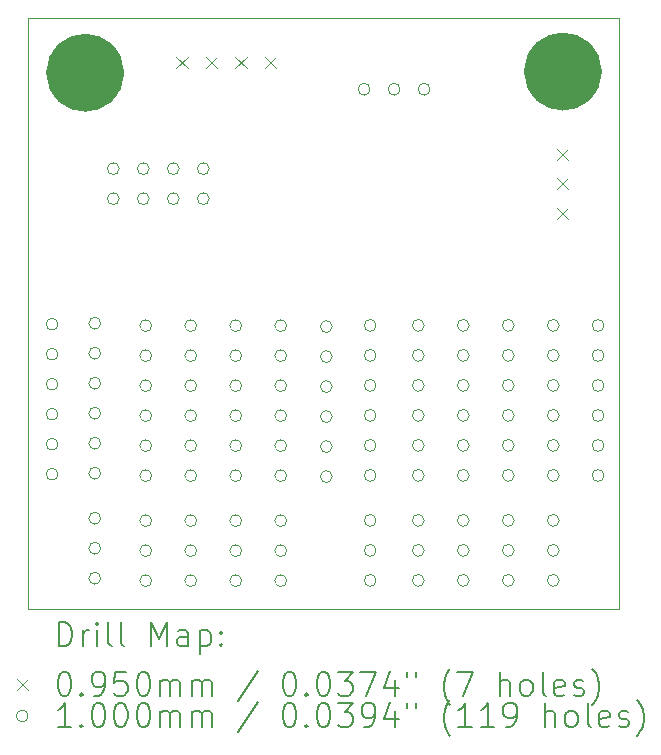
<source format=gbr>
%TF.GenerationSoftware,KiCad,Pcbnew,8.0.4-8.0.4-0~ubuntu24.04.1*%
%TF.CreationDate,2024-07-22T10:29:46+03:00*%
%TF.ProjectId,stripe_board,73747269-7065-45f6-926f-6172642e6b69,rev?*%
%TF.SameCoordinates,Original*%
%TF.FileFunction,Drillmap*%
%TF.FilePolarity,Positive*%
%FSLAX45Y45*%
G04 Gerber Fmt 4.5, Leading zero omitted, Abs format (unit mm)*
G04 Created by KiCad (PCBNEW 8.0.4-8.0.4-0~ubuntu24.04.1) date 2024-07-22 10:29:46*
%MOMM*%
%LPD*%
G01*
G04 APERTURE LIST*
%ADD10C,3.301562*%
%ADD11C,0.050000*%
%ADD12C,0.200000*%
%ADD13C,0.100000*%
G04 APERTURE END LIST*
D10*
X185078Y20000D02*
G75*
G02*
X-145078Y20000I-165078J0D01*
G01*
X-145078Y20000D02*
G75*
G02*
X185078Y20000I165078J0D01*
G01*
X4229980Y29967D02*
G75*
G02*
X3899823Y29967I-165078J0D01*
G01*
X3899823Y29967D02*
G75*
G02*
X4229980Y29967I165078J0D01*
G01*
D11*
X-460098Y479967D02*
X4539902Y479967D01*
X4539902Y-4520033D01*
X-460098Y-4520033D01*
X-460098Y479967D01*
D12*
D13*
X792401Y152467D02*
X887401Y57467D01*
X887401Y152467D02*
X792401Y57467D01*
X1042401Y152467D02*
X1137402Y57467D01*
X1137402Y152467D02*
X1042401Y57467D01*
X1292402Y152467D02*
X1387402Y57467D01*
X1387402Y152467D02*
X1292402Y57467D01*
X1542401Y152467D02*
X1637401Y57467D01*
X1637401Y152467D02*
X1542401Y57467D01*
X4017401Y-622533D02*
X4112401Y-717533D01*
X4112401Y-622533D02*
X4017401Y-717533D01*
X4017401Y-872533D02*
X4112401Y-967533D01*
X4112401Y-872533D02*
X4017401Y-967533D01*
X4017401Y-1122533D02*
X4112401Y-1217533D01*
X4112401Y-1122533D02*
X4017401Y-1217533D01*
X-210098Y-2109033D02*
G75*
G02*
X-310099Y-2109033I-50000J0D01*
G01*
X-310099Y-2109033D02*
G75*
G02*
X-210098Y-2109033I50000J0D01*
G01*
X-210098Y-2363033D02*
G75*
G02*
X-310099Y-2363033I-50000J0D01*
G01*
X-310099Y-2363033D02*
G75*
G02*
X-210098Y-2363033I50000J0D01*
G01*
X-210098Y-2617033D02*
G75*
G02*
X-310099Y-2617033I-50000J0D01*
G01*
X-310099Y-2617033D02*
G75*
G02*
X-210098Y-2617033I50000J0D01*
G01*
X-210098Y-2871033D02*
G75*
G02*
X-310099Y-2871033I-50000J0D01*
G01*
X-310099Y-2871033D02*
G75*
G02*
X-210098Y-2871033I50000J0D01*
G01*
X-210098Y-3125033D02*
G75*
G02*
X-310099Y-3125033I-50000J0D01*
G01*
X-310099Y-3125033D02*
G75*
G02*
X-210098Y-3125033I50000J0D01*
G01*
X-210098Y-3379033D02*
G75*
G02*
X-310099Y-3379033I-50000J0D01*
G01*
X-310099Y-3379033D02*
G75*
G02*
X-210098Y-3379033I50000J0D01*
G01*
X151703Y-2101044D02*
G75*
G02*
X51703Y-2101044I-50000J0D01*
G01*
X51703Y-2101044D02*
G75*
G02*
X151703Y-2101044I50000J0D01*
G01*
X151703Y-2355044D02*
G75*
G02*
X51703Y-2355044I-50000J0D01*
G01*
X51703Y-2355044D02*
G75*
G02*
X151703Y-2355044I50000J0D01*
G01*
X151703Y-2609044D02*
G75*
G02*
X51703Y-2609044I-50000J0D01*
G01*
X51703Y-2609044D02*
G75*
G02*
X151703Y-2609044I50000J0D01*
G01*
X151703Y-2863044D02*
G75*
G02*
X51703Y-2863044I-50000J0D01*
G01*
X51703Y-2863044D02*
G75*
G02*
X151703Y-2863044I50000J0D01*
G01*
X151703Y-3117044D02*
G75*
G02*
X51703Y-3117044I-50000J0D01*
G01*
X51703Y-3117044D02*
G75*
G02*
X151703Y-3117044I50000J0D01*
G01*
X151703Y-3371044D02*
G75*
G02*
X51703Y-3371044I-50000J0D01*
G01*
X51703Y-3371044D02*
G75*
G02*
X151703Y-3371044I50000J0D01*
G01*
X151703Y-3752044D02*
G75*
G02*
X51703Y-3752044I-50000J0D01*
G01*
X51703Y-3752044D02*
G75*
G02*
X151703Y-3752044I50000J0D01*
G01*
X151703Y-4006044D02*
G75*
G02*
X51703Y-4006044I-50000J0D01*
G01*
X51703Y-4006044D02*
G75*
G02*
X151703Y-4006044I50000J0D01*
G01*
X151703Y-4260044D02*
G75*
G02*
X51703Y-4260044I-50000J0D01*
G01*
X51703Y-4260044D02*
G75*
G02*
X151703Y-4260044I50000J0D01*
G01*
X307902Y-792533D02*
G75*
G02*
X207901Y-792533I-50000J0D01*
G01*
X207901Y-792533D02*
G75*
G02*
X307902Y-792533I50000J0D01*
G01*
X307902Y-1046533D02*
G75*
G02*
X207901Y-1046533I-50000J0D01*
G01*
X207901Y-1046533D02*
G75*
G02*
X307902Y-1046533I50000J0D01*
G01*
X561902Y-792533D02*
G75*
G02*
X461901Y-792533I-50000J0D01*
G01*
X461901Y-792533D02*
G75*
G02*
X561902Y-792533I50000J0D01*
G01*
X561902Y-1046533D02*
G75*
G02*
X461901Y-1046533I-50000J0D01*
G01*
X461901Y-1046533D02*
G75*
G02*
X561902Y-1046533I50000J0D01*
G01*
X582902Y-2121033D02*
G75*
G02*
X482901Y-2121033I-50000J0D01*
G01*
X482901Y-2121033D02*
G75*
G02*
X582902Y-2121033I50000J0D01*
G01*
X582902Y-2375033D02*
G75*
G02*
X482901Y-2375033I-50000J0D01*
G01*
X482901Y-2375033D02*
G75*
G02*
X582902Y-2375033I50000J0D01*
G01*
X582902Y-2629033D02*
G75*
G02*
X482901Y-2629033I-50000J0D01*
G01*
X482901Y-2629033D02*
G75*
G02*
X582902Y-2629033I50000J0D01*
G01*
X582902Y-2883033D02*
G75*
G02*
X482901Y-2883033I-50000J0D01*
G01*
X482901Y-2883033D02*
G75*
G02*
X582902Y-2883033I50000J0D01*
G01*
X582902Y-3137033D02*
G75*
G02*
X482901Y-3137033I-50000J0D01*
G01*
X482901Y-3137033D02*
G75*
G02*
X582902Y-3137033I50000J0D01*
G01*
X582902Y-3391033D02*
G75*
G02*
X482901Y-3391033I-50000J0D01*
G01*
X482901Y-3391033D02*
G75*
G02*
X582902Y-3391033I50000J0D01*
G01*
X582902Y-3772033D02*
G75*
G02*
X482901Y-3772033I-50000J0D01*
G01*
X482901Y-3772033D02*
G75*
G02*
X582902Y-3772033I50000J0D01*
G01*
X582902Y-4026033D02*
G75*
G02*
X482901Y-4026033I-50000J0D01*
G01*
X482901Y-4026033D02*
G75*
G02*
X582902Y-4026033I50000J0D01*
G01*
X582902Y-4280033D02*
G75*
G02*
X482901Y-4280033I-50000J0D01*
G01*
X482901Y-4280033D02*
G75*
G02*
X582902Y-4280033I50000J0D01*
G01*
X815901Y-792533D02*
G75*
G02*
X715901Y-792533I-50000J0D01*
G01*
X715901Y-792533D02*
G75*
G02*
X815901Y-792533I50000J0D01*
G01*
X815901Y-1046533D02*
G75*
G02*
X715901Y-1046533I-50000J0D01*
G01*
X715901Y-1046533D02*
G75*
G02*
X815901Y-1046533I50000J0D01*
G01*
X963901Y-2121033D02*
G75*
G02*
X863901Y-2121033I-50000J0D01*
G01*
X863901Y-2121033D02*
G75*
G02*
X963901Y-2121033I50000J0D01*
G01*
X963901Y-2375033D02*
G75*
G02*
X863901Y-2375033I-50000J0D01*
G01*
X863901Y-2375033D02*
G75*
G02*
X963901Y-2375033I50000J0D01*
G01*
X963901Y-2629033D02*
G75*
G02*
X863901Y-2629033I-50000J0D01*
G01*
X863901Y-2629033D02*
G75*
G02*
X963901Y-2629033I50000J0D01*
G01*
X963901Y-2883033D02*
G75*
G02*
X863901Y-2883033I-50000J0D01*
G01*
X863901Y-2883033D02*
G75*
G02*
X963901Y-2883033I50000J0D01*
G01*
X963901Y-3137033D02*
G75*
G02*
X863901Y-3137033I-50000J0D01*
G01*
X863901Y-3137033D02*
G75*
G02*
X963901Y-3137033I50000J0D01*
G01*
X963901Y-3391033D02*
G75*
G02*
X863901Y-3391033I-50000J0D01*
G01*
X863901Y-3391033D02*
G75*
G02*
X963901Y-3391033I50000J0D01*
G01*
X963901Y-3772033D02*
G75*
G02*
X863901Y-3772033I-50000J0D01*
G01*
X863901Y-3772033D02*
G75*
G02*
X963901Y-3772033I50000J0D01*
G01*
X963901Y-4026033D02*
G75*
G02*
X863901Y-4026033I-50000J0D01*
G01*
X863901Y-4026033D02*
G75*
G02*
X963901Y-4026033I50000J0D01*
G01*
X963901Y-4280033D02*
G75*
G02*
X863901Y-4280033I-50000J0D01*
G01*
X863901Y-4280033D02*
G75*
G02*
X963901Y-4280033I50000J0D01*
G01*
X1069902Y-792533D02*
G75*
G02*
X969901Y-792533I-50000J0D01*
G01*
X969901Y-792533D02*
G75*
G02*
X1069902Y-792533I50000J0D01*
G01*
X1069902Y-1046533D02*
G75*
G02*
X969901Y-1046533I-50000J0D01*
G01*
X969901Y-1046533D02*
G75*
G02*
X1069902Y-1046533I50000J0D01*
G01*
X1344902Y-2121033D02*
G75*
G02*
X1244902Y-2121033I-50000J0D01*
G01*
X1244902Y-2121033D02*
G75*
G02*
X1344902Y-2121033I50000J0D01*
G01*
X1344902Y-2375033D02*
G75*
G02*
X1244902Y-2375033I-50000J0D01*
G01*
X1244902Y-2375033D02*
G75*
G02*
X1344902Y-2375033I50000J0D01*
G01*
X1344902Y-2629033D02*
G75*
G02*
X1244902Y-2629033I-50000J0D01*
G01*
X1244902Y-2629033D02*
G75*
G02*
X1344902Y-2629033I50000J0D01*
G01*
X1344902Y-2883033D02*
G75*
G02*
X1244902Y-2883033I-50000J0D01*
G01*
X1244902Y-2883033D02*
G75*
G02*
X1344902Y-2883033I50000J0D01*
G01*
X1344902Y-3137033D02*
G75*
G02*
X1244902Y-3137033I-50000J0D01*
G01*
X1244902Y-3137033D02*
G75*
G02*
X1344902Y-3137033I50000J0D01*
G01*
X1344902Y-3391033D02*
G75*
G02*
X1244902Y-3391033I-50000J0D01*
G01*
X1244902Y-3391033D02*
G75*
G02*
X1344902Y-3391033I50000J0D01*
G01*
X1344902Y-3772033D02*
G75*
G02*
X1244902Y-3772033I-50000J0D01*
G01*
X1244902Y-3772033D02*
G75*
G02*
X1344902Y-3772033I50000J0D01*
G01*
X1344902Y-4026033D02*
G75*
G02*
X1244902Y-4026033I-50000J0D01*
G01*
X1244902Y-4026033D02*
G75*
G02*
X1344902Y-4026033I50000J0D01*
G01*
X1344902Y-4280033D02*
G75*
G02*
X1244902Y-4280033I-50000J0D01*
G01*
X1244902Y-4280033D02*
G75*
G02*
X1344902Y-4280033I50000J0D01*
G01*
X1725901Y-2121033D02*
G75*
G02*
X1625901Y-2121033I-50000J0D01*
G01*
X1625901Y-2121033D02*
G75*
G02*
X1725901Y-2121033I50000J0D01*
G01*
X1725901Y-2375033D02*
G75*
G02*
X1625901Y-2375033I-50000J0D01*
G01*
X1625901Y-2375033D02*
G75*
G02*
X1725901Y-2375033I50000J0D01*
G01*
X1725901Y-2629033D02*
G75*
G02*
X1625901Y-2629033I-50000J0D01*
G01*
X1625901Y-2629033D02*
G75*
G02*
X1725901Y-2629033I50000J0D01*
G01*
X1725901Y-2883033D02*
G75*
G02*
X1625901Y-2883033I-50000J0D01*
G01*
X1625901Y-2883033D02*
G75*
G02*
X1725901Y-2883033I50000J0D01*
G01*
X1725901Y-3137033D02*
G75*
G02*
X1625901Y-3137033I-50000J0D01*
G01*
X1625901Y-3137033D02*
G75*
G02*
X1725901Y-3137033I50000J0D01*
G01*
X1725901Y-3391033D02*
G75*
G02*
X1625901Y-3391033I-50000J0D01*
G01*
X1625901Y-3391033D02*
G75*
G02*
X1725901Y-3391033I50000J0D01*
G01*
X1725901Y-3772033D02*
G75*
G02*
X1625901Y-3772033I-50000J0D01*
G01*
X1625901Y-3772033D02*
G75*
G02*
X1725901Y-3772033I50000J0D01*
G01*
X1725901Y-4026033D02*
G75*
G02*
X1625901Y-4026033I-50000J0D01*
G01*
X1625901Y-4026033D02*
G75*
G02*
X1725901Y-4026033I50000J0D01*
G01*
X1725901Y-4280033D02*
G75*
G02*
X1625901Y-4280033I-50000J0D01*
G01*
X1625901Y-4280033D02*
G75*
G02*
X1725901Y-4280033I50000J0D01*
G01*
X2111951Y-2129061D02*
G75*
G02*
X2011951Y-2129061I-50000J0D01*
G01*
X2011951Y-2129061D02*
G75*
G02*
X2111951Y-2129061I50000J0D01*
G01*
X2111951Y-2383061D02*
G75*
G02*
X2011951Y-2383061I-50000J0D01*
G01*
X2011951Y-2383061D02*
G75*
G02*
X2111951Y-2383061I50000J0D01*
G01*
X2111951Y-2637061D02*
G75*
G02*
X2011951Y-2637061I-50000J0D01*
G01*
X2011951Y-2637061D02*
G75*
G02*
X2111951Y-2637061I50000J0D01*
G01*
X2111951Y-2891060D02*
G75*
G02*
X2011951Y-2891060I-50000J0D01*
G01*
X2011951Y-2891060D02*
G75*
G02*
X2111951Y-2891060I50000J0D01*
G01*
X2111951Y-3145060D02*
G75*
G02*
X2011951Y-3145060I-50000J0D01*
G01*
X2011951Y-3145060D02*
G75*
G02*
X2111951Y-3145060I50000J0D01*
G01*
X2111951Y-3399060D02*
G75*
G02*
X2011951Y-3399060I-50000J0D01*
G01*
X2011951Y-3399060D02*
G75*
G02*
X2111951Y-3399060I50000J0D01*
G01*
X2431902Y-120033D02*
G75*
G02*
X2331902Y-120033I-50000J0D01*
G01*
X2331902Y-120033D02*
G75*
G02*
X2431902Y-120033I50000J0D01*
G01*
X2482902Y-2119033D02*
G75*
G02*
X2382902Y-2119033I-50000J0D01*
G01*
X2382902Y-2119033D02*
G75*
G02*
X2482902Y-2119033I50000J0D01*
G01*
X2482902Y-2373033D02*
G75*
G02*
X2382902Y-2373033I-50000J0D01*
G01*
X2382902Y-2373033D02*
G75*
G02*
X2482902Y-2373033I50000J0D01*
G01*
X2482902Y-2627033D02*
G75*
G02*
X2382902Y-2627033I-50000J0D01*
G01*
X2382902Y-2627033D02*
G75*
G02*
X2482902Y-2627033I50000J0D01*
G01*
X2482902Y-2881033D02*
G75*
G02*
X2382902Y-2881033I-50000J0D01*
G01*
X2382902Y-2881033D02*
G75*
G02*
X2482902Y-2881033I50000J0D01*
G01*
X2482902Y-3135033D02*
G75*
G02*
X2382902Y-3135033I-50000J0D01*
G01*
X2382902Y-3135033D02*
G75*
G02*
X2482902Y-3135033I50000J0D01*
G01*
X2482902Y-3389033D02*
G75*
G02*
X2382902Y-3389033I-50000J0D01*
G01*
X2382902Y-3389033D02*
G75*
G02*
X2482902Y-3389033I50000J0D01*
G01*
X2482902Y-3770033D02*
G75*
G02*
X2382902Y-3770033I-50000J0D01*
G01*
X2382902Y-3770033D02*
G75*
G02*
X2482902Y-3770033I50000J0D01*
G01*
X2482902Y-4024033D02*
G75*
G02*
X2382902Y-4024033I-50000J0D01*
G01*
X2382902Y-4024033D02*
G75*
G02*
X2482902Y-4024033I50000J0D01*
G01*
X2482902Y-4278033D02*
G75*
G02*
X2382902Y-4278033I-50000J0D01*
G01*
X2382902Y-4278033D02*
G75*
G02*
X2482902Y-4278033I50000J0D01*
G01*
X2685902Y-120033D02*
G75*
G02*
X2585902Y-120033I-50000J0D01*
G01*
X2585902Y-120033D02*
G75*
G02*
X2685902Y-120033I50000J0D01*
G01*
X2889901Y-2119033D02*
G75*
G02*
X2789902Y-2119033I-50000J0D01*
G01*
X2789902Y-2119033D02*
G75*
G02*
X2889901Y-2119033I50000J0D01*
G01*
X2889901Y-2373033D02*
G75*
G02*
X2789902Y-2373033I-50000J0D01*
G01*
X2789902Y-2373033D02*
G75*
G02*
X2889901Y-2373033I50000J0D01*
G01*
X2889901Y-2627033D02*
G75*
G02*
X2789902Y-2627033I-50000J0D01*
G01*
X2789902Y-2627033D02*
G75*
G02*
X2889901Y-2627033I50000J0D01*
G01*
X2889901Y-2881033D02*
G75*
G02*
X2789902Y-2881033I-50000J0D01*
G01*
X2789902Y-2881033D02*
G75*
G02*
X2889901Y-2881033I50000J0D01*
G01*
X2889901Y-3135033D02*
G75*
G02*
X2789902Y-3135033I-50000J0D01*
G01*
X2789902Y-3135033D02*
G75*
G02*
X2889901Y-3135033I50000J0D01*
G01*
X2889901Y-3389033D02*
G75*
G02*
X2789902Y-3389033I-50000J0D01*
G01*
X2789902Y-3389033D02*
G75*
G02*
X2889901Y-3389033I50000J0D01*
G01*
X2889901Y-3770033D02*
G75*
G02*
X2789902Y-3770033I-50000J0D01*
G01*
X2789902Y-3770033D02*
G75*
G02*
X2889901Y-3770033I50000J0D01*
G01*
X2889901Y-4024033D02*
G75*
G02*
X2789902Y-4024033I-50000J0D01*
G01*
X2789902Y-4024033D02*
G75*
G02*
X2889901Y-4024033I50000J0D01*
G01*
X2889901Y-4278033D02*
G75*
G02*
X2789902Y-4278033I-50000J0D01*
G01*
X2789902Y-4278033D02*
G75*
G02*
X2889901Y-4278033I50000J0D01*
G01*
X2939901Y-120033D02*
G75*
G02*
X2839901Y-120033I-50000J0D01*
G01*
X2839901Y-120033D02*
G75*
G02*
X2939901Y-120033I50000J0D01*
G01*
X3270901Y-2119033D02*
G75*
G02*
X3170901Y-2119033I-50000J0D01*
G01*
X3170901Y-2119033D02*
G75*
G02*
X3270901Y-2119033I50000J0D01*
G01*
X3270901Y-2373033D02*
G75*
G02*
X3170901Y-2373033I-50000J0D01*
G01*
X3170901Y-2373033D02*
G75*
G02*
X3270901Y-2373033I50000J0D01*
G01*
X3270901Y-2627033D02*
G75*
G02*
X3170901Y-2627033I-50000J0D01*
G01*
X3170901Y-2627033D02*
G75*
G02*
X3270901Y-2627033I50000J0D01*
G01*
X3270901Y-2881033D02*
G75*
G02*
X3170901Y-2881033I-50000J0D01*
G01*
X3170901Y-2881033D02*
G75*
G02*
X3270901Y-2881033I50000J0D01*
G01*
X3270901Y-3135033D02*
G75*
G02*
X3170901Y-3135033I-50000J0D01*
G01*
X3170901Y-3135033D02*
G75*
G02*
X3270901Y-3135033I50000J0D01*
G01*
X3270901Y-3389033D02*
G75*
G02*
X3170901Y-3389033I-50000J0D01*
G01*
X3170901Y-3389033D02*
G75*
G02*
X3270901Y-3389033I50000J0D01*
G01*
X3270901Y-3770033D02*
G75*
G02*
X3170901Y-3770033I-50000J0D01*
G01*
X3170901Y-3770033D02*
G75*
G02*
X3270901Y-3770033I50000J0D01*
G01*
X3270901Y-4024033D02*
G75*
G02*
X3170901Y-4024033I-50000J0D01*
G01*
X3170901Y-4024033D02*
G75*
G02*
X3270901Y-4024033I50000J0D01*
G01*
X3270901Y-4278033D02*
G75*
G02*
X3170901Y-4278033I-50000J0D01*
G01*
X3170901Y-4278033D02*
G75*
G02*
X3270901Y-4278033I50000J0D01*
G01*
X3651901Y-2119033D02*
G75*
G02*
X3551901Y-2119033I-50000J0D01*
G01*
X3551901Y-2119033D02*
G75*
G02*
X3651901Y-2119033I50000J0D01*
G01*
X3651901Y-2373033D02*
G75*
G02*
X3551901Y-2373033I-50000J0D01*
G01*
X3551901Y-2373033D02*
G75*
G02*
X3651901Y-2373033I50000J0D01*
G01*
X3651901Y-2627033D02*
G75*
G02*
X3551901Y-2627033I-50000J0D01*
G01*
X3551901Y-2627033D02*
G75*
G02*
X3651901Y-2627033I50000J0D01*
G01*
X3651901Y-2881033D02*
G75*
G02*
X3551901Y-2881033I-50000J0D01*
G01*
X3551901Y-2881033D02*
G75*
G02*
X3651901Y-2881033I50000J0D01*
G01*
X3651901Y-3135033D02*
G75*
G02*
X3551901Y-3135033I-50000J0D01*
G01*
X3551901Y-3135033D02*
G75*
G02*
X3651901Y-3135033I50000J0D01*
G01*
X3651901Y-3389033D02*
G75*
G02*
X3551901Y-3389033I-50000J0D01*
G01*
X3551901Y-3389033D02*
G75*
G02*
X3651901Y-3389033I50000J0D01*
G01*
X3651901Y-3770033D02*
G75*
G02*
X3551901Y-3770033I-50000J0D01*
G01*
X3551901Y-3770033D02*
G75*
G02*
X3651901Y-3770033I50000J0D01*
G01*
X3651901Y-4024033D02*
G75*
G02*
X3551901Y-4024033I-50000J0D01*
G01*
X3551901Y-4024033D02*
G75*
G02*
X3651901Y-4024033I50000J0D01*
G01*
X3651901Y-4278033D02*
G75*
G02*
X3551901Y-4278033I-50000J0D01*
G01*
X3551901Y-4278033D02*
G75*
G02*
X3651901Y-4278033I50000J0D01*
G01*
X4032901Y-2119033D02*
G75*
G02*
X3932901Y-2119033I-50000J0D01*
G01*
X3932901Y-2119033D02*
G75*
G02*
X4032901Y-2119033I50000J0D01*
G01*
X4032901Y-2373033D02*
G75*
G02*
X3932901Y-2373033I-50000J0D01*
G01*
X3932901Y-2373033D02*
G75*
G02*
X4032901Y-2373033I50000J0D01*
G01*
X4032901Y-2627033D02*
G75*
G02*
X3932901Y-2627033I-50000J0D01*
G01*
X3932901Y-2627033D02*
G75*
G02*
X4032901Y-2627033I50000J0D01*
G01*
X4032901Y-2881033D02*
G75*
G02*
X3932901Y-2881033I-50000J0D01*
G01*
X3932901Y-2881033D02*
G75*
G02*
X4032901Y-2881033I50000J0D01*
G01*
X4032901Y-3135033D02*
G75*
G02*
X3932901Y-3135033I-50000J0D01*
G01*
X3932901Y-3135033D02*
G75*
G02*
X4032901Y-3135033I50000J0D01*
G01*
X4032901Y-3389033D02*
G75*
G02*
X3932901Y-3389033I-50000J0D01*
G01*
X3932901Y-3389033D02*
G75*
G02*
X4032901Y-3389033I50000J0D01*
G01*
X4032901Y-3770033D02*
G75*
G02*
X3932901Y-3770033I-50000J0D01*
G01*
X3932901Y-3770033D02*
G75*
G02*
X4032901Y-3770033I50000J0D01*
G01*
X4032901Y-4024033D02*
G75*
G02*
X3932901Y-4024033I-50000J0D01*
G01*
X3932901Y-4024033D02*
G75*
G02*
X4032901Y-4024033I50000J0D01*
G01*
X4032901Y-4278033D02*
G75*
G02*
X3932901Y-4278033I-50000J0D01*
G01*
X3932901Y-4278033D02*
G75*
G02*
X4032901Y-4278033I50000J0D01*
G01*
X4412673Y-2119125D02*
G75*
G02*
X4312673Y-2119125I-50000J0D01*
G01*
X4312673Y-2119125D02*
G75*
G02*
X4412673Y-2119125I50000J0D01*
G01*
X4412673Y-2373125D02*
G75*
G02*
X4312673Y-2373125I-50000J0D01*
G01*
X4312673Y-2373125D02*
G75*
G02*
X4412673Y-2373125I50000J0D01*
G01*
X4412673Y-2627125D02*
G75*
G02*
X4312673Y-2627125I-50000J0D01*
G01*
X4312673Y-2627125D02*
G75*
G02*
X4412673Y-2627125I50000J0D01*
G01*
X4412673Y-2881125D02*
G75*
G02*
X4312673Y-2881125I-50000J0D01*
G01*
X4312673Y-2881125D02*
G75*
G02*
X4412673Y-2881125I50000J0D01*
G01*
X4412673Y-3135125D02*
G75*
G02*
X4312673Y-3135125I-50000J0D01*
G01*
X4312673Y-3135125D02*
G75*
G02*
X4412673Y-3135125I50000J0D01*
G01*
X4412673Y-3389125D02*
G75*
G02*
X4312673Y-3389125I-50000J0D01*
G01*
X4312673Y-3389125D02*
G75*
G02*
X4412673Y-3389125I50000J0D01*
G01*
D12*
X-201822Y-4834017D02*
X-201822Y-4634017D01*
X-201822Y-4634017D02*
X-154203Y-4634017D01*
X-154203Y-4634017D02*
X-125631Y-4643541D01*
X-125631Y-4643541D02*
X-106583Y-4662588D01*
X-106583Y-4662588D02*
X-97060Y-4681636D01*
X-97060Y-4681636D02*
X-87536Y-4719731D01*
X-87536Y-4719731D02*
X-87536Y-4748303D01*
X-87536Y-4748303D02*
X-97060Y-4786398D01*
X-97060Y-4786398D02*
X-106583Y-4805445D01*
X-106583Y-4805445D02*
X-125631Y-4824493D01*
X-125631Y-4824493D02*
X-154203Y-4834017D01*
X-154203Y-4834017D02*
X-201822Y-4834017D01*
X-1822Y-4834017D02*
X-1822Y-4700683D01*
X-1822Y-4738779D02*
X7702Y-4719731D01*
X7702Y-4719731D02*
X17226Y-4710207D01*
X17226Y-4710207D02*
X36274Y-4700683D01*
X36274Y-4700683D02*
X55321Y-4700683D01*
X121988Y-4834017D02*
X121988Y-4700683D01*
X121988Y-4634017D02*
X112464Y-4643541D01*
X112464Y-4643541D02*
X121988Y-4653064D01*
X121988Y-4653064D02*
X131512Y-4643541D01*
X131512Y-4643541D02*
X121988Y-4634017D01*
X121988Y-4634017D02*
X121988Y-4653064D01*
X245797Y-4834017D02*
X226750Y-4824493D01*
X226750Y-4824493D02*
X217226Y-4805445D01*
X217226Y-4805445D02*
X217226Y-4634017D01*
X350559Y-4834017D02*
X331512Y-4824493D01*
X331512Y-4824493D02*
X321988Y-4805445D01*
X321988Y-4805445D02*
X321988Y-4634017D01*
X579131Y-4834017D02*
X579131Y-4634017D01*
X579131Y-4634017D02*
X645797Y-4776874D01*
X645797Y-4776874D02*
X712464Y-4634017D01*
X712464Y-4634017D02*
X712464Y-4834017D01*
X893416Y-4834017D02*
X893416Y-4729255D01*
X893416Y-4729255D02*
X883893Y-4710207D01*
X883893Y-4710207D02*
X864845Y-4700683D01*
X864845Y-4700683D02*
X826750Y-4700683D01*
X826750Y-4700683D02*
X807702Y-4710207D01*
X893416Y-4824493D02*
X874369Y-4834017D01*
X874369Y-4834017D02*
X826750Y-4834017D01*
X826750Y-4834017D02*
X807702Y-4824493D01*
X807702Y-4824493D02*
X798178Y-4805445D01*
X798178Y-4805445D02*
X798178Y-4786398D01*
X798178Y-4786398D02*
X807702Y-4767350D01*
X807702Y-4767350D02*
X826750Y-4757826D01*
X826750Y-4757826D02*
X874369Y-4757826D01*
X874369Y-4757826D02*
X893416Y-4748303D01*
X988654Y-4700683D02*
X988654Y-4900683D01*
X988654Y-4710207D02*
X1007702Y-4700683D01*
X1007702Y-4700683D02*
X1045797Y-4700683D01*
X1045797Y-4700683D02*
X1064845Y-4710207D01*
X1064845Y-4710207D02*
X1074369Y-4719731D01*
X1074369Y-4719731D02*
X1083893Y-4738779D01*
X1083893Y-4738779D02*
X1083893Y-4795922D01*
X1083893Y-4795922D02*
X1074369Y-4814969D01*
X1074369Y-4814969D02*
X1064845Y-4824493D01*
X1064845Y-4824493D02*
X1045797Y-4834017D01*
X1045797Y-4834017D02*
X1007702Y-4834017D01*
X1007702Y-4834017D02*
X988654Y-4824493D01*
X1169607Y-4814969D02*
X1179131Y-4824493D01*
X1179131Y-4824493D02*
X1169607Y-4834017D01*
X1169607Y-4834017D02*
X1160083Y-4824493D01*
X1160083Y-4824493D02*
X1169607Y-4814969D01*
X1169607Y-4814969D02*
X1169607Y-4834017D01*
X1169607Y-4710207D02*
X1179131Y-4719731D01*
X1179131Y-4719731D02*
X1169607Y-4729255D01*
X1169607Y-4729255D02*
X1160083Y-4719731D01*
X1160083Y-4719731D02*
X1169607Y-4710207D01*
X1169607Y-4710207D02*
X1169607Y-4729255D01*
D13*
X-557599Y-5115033D02*
X-462598Y-5210033D01*
X-462598Y-5115033D02*
X-557599Y-5210033D01*
D12*
X-163726Y-5054017D02*
X-144679Y-5054017D01*
X-144679Y-5054017D02*
X-125631Y-5063541D01*
X-125631Y-5063541D02*
X-116107Y-5073064D01*
X-116107Y-5073064D02*
X-106583Y-5092112D01*
X-106583Y-5092112D02*
X-97060Y-5130207D01*
X-97060Y-5130207D02*
X-97060Y-5177826D01*
X-97060Y-5177826D02*
X-106583Y-5215922D01*
X-106583Y-5215922D02*
X-116107Y-5234969D01*
X-116107Y-5234969D02*
X-125631Y-5244493D01*
X-125631Y-5244493D02*
X-144679Y-5254017D01*
X-144679Y-5254017D02*
X-163726Y-5254017D01*
X-163726Y-5254017D02*
X-182774Y-5244493D01*
X-182774Y-5244493D02*
X-192298Y-5234969D01*
X-192298Y-5234969D02*
X-201822Y-5215922D01*
X-201822Y-5215922D02*
X-211345Y-5177826D01*
X-211345Y-5177826D02*
X-211345Y-5130207D01*
X-211345Y-5130207D02*
X-201822Y-5092112D01*
X-201822Y-5092112D02*
X-192298Y-5073064D01*
X-192298Y-5073064D02*
X-182774Y-5063541D01*
X-182774Y-5063541D02*
X-163726Y-5054017D01*
X-11345Y-5234969D02*
X-1822Y-5244493D01*
X-1822Y-5244493D02*
X-11345Y-5254017D01*
X-11345Y-5254017D02*
X-20869Y-5244493D01*
X-20869Y-5244493D02*
X-11345Y-5234969D01*
X-11345Y-5234969D02*
X-11345Y-5254017D01*
X93416Y-5254017D02*
X131512Y-5254017D01*
X131512Y-5254017D02*
X150559Y-5244493D01*
X150559Y-5244493D02*
X160083Y-5234969D01*
X160083Y-5234969D02*
X179131Y-5206398D01*
X179131Y-5206398D02*
X188654Y-5168303D01*
X188654Y-5168303D02*
X188654Y-5092112D01*
X188654Y-5092112D02*
X179131Y-5073064D01*
X179131Y-5073064D02*
X169607Y-5063541D01*
X169607Y-5063541D02*
X150559Y-5054017D01*
X150559Y-5054017D02*
X112464Y-5054017D01*
X112464Y-5054017D02*
X93416Y-5063541D01*
X93416Y-5063541D02*
X83893Y-5073064D01*
X83893Y-5073064D02*
X74369Y-5092112D01*
X74369Y-5092112D02*
X74369Y-5139731D01*
X74369Y-5139731D02*
X83893Y-5158779D01*
X83893Y-5158779D02*
X93416Y-5168303D01*
X93416Y-5168303D02*
X112464Y-5177826D01*
X112464Y-5177826D02*
X150559Y-5177826D01*
X150559Y-5177826D02*
X169607Y-5168303D01*
X169607Y-5168303D02*
X179131Y-5158779D01*
X179131Y-5158779D02*
X188654Y-5139731D01*
X369607Y-5054017D02*
X274369Y-5054017D01*
X274369Y-5054017D02*
X264845Y-5149255D01*
X264845Y-5149255D02*
X274369Y-5139731D01*
X274369Y-5139731D02*
X293416Y-5130207D01*
X293416Y-5130207D02*
X341036Y-5130207D01*
X341036Y-5130207D02*
X360083Y-5139731D01*
X360083Y-5139731D02*
X369607Y-5149255D01*
X369607Y-5149255D02*
X379131Y-5168303D01*
X379131Y-5168303D02*
X379131Y-5215922D01*
X379131Y-5215922D02*
X369607Y-5234969D01*
X369607Y-5234969D02*
X360083Y-5244493D01*
X360083Y-5244493D02*
X341036Y-5254017D01*
X341036Y-5254017D02*
X293416Y-5254017D01*
X293416Y-5254017D02*
X274369Y-5244493D01*
X274369Y-5244493D02*
X264845Y-5234969D01*
X502940Y-5054017D02*
X521988Y-5054017D01*
X521988Y-5054017D02*
X541036Y-5063541D01*
X541036Y-5063541D02*
X550559Y-5073064D01*
X550559Y-5073064D02*
X560083Y-5092112D01*
X560083Y-5092112D02*
X569607Y-5130207D01*
X569607Y-5130207D02*
X569607Y-5177826D01*
X569607Y-5177826D02*
X560083Y-5215922D01*
X560083Y-5215922D02*
X550559Y-5234969D01*
X550559Y-5234969D02*
X541036Y-5244493D01*
X541036Y-5244493D02*
X521988Y-5254017D01*
X521988Y-5254017D02*
X502940Y-5254017D01*
X502940Y-5254017D02*
X483893Y-5244493D01*
X483893Y-5244493D02*
X474369Y-5234969D01*
X474369Y-5234969D02*
X464845Y-5215922D01*
X464845Y-5215922D02*
X455321Y-5177826D01*
X455321Y-5177826D02*
X455321Y-5130207D01*
X455321Y-5130207D02*
X464845Y-5092112D01*
X464845Y-5092112D02*
X474369Y-5073064D01*
X474369Y-5073064D02*
X483893Y-5063541D01*
X483893Y-5063541D02*
X502940Y-5054017D01*
X655321Y-5254017D02*
X655321Y-5120683D01*
X655321Y-5139731D02*
X664845Y-5130207D01*
X664845Y-5130207D02*
X683893Y-5120683D01*
X683893Y-5120683D02*
X712464Y-5120683D01*
X712464Y-5120683D02*
X731512Y-5130207D01*
X731512Y-5130207D02*
X741035Y-5149255D01*
X741035Y-5149255D02*
X741035Y-5254017D01*
X741035Y-5149255D02*
X750559Y-5130207D01*
X750559Y-5130207D02*
X769607Y-5120683D01*
X769607Y-5120683D02*
X798178Y-5120683D01*
X798178Y-5120683D02*
X817226Y-5130207D01*
X817226Y-5130207D02*
X826750Y-5149255D01*
X826750Y-5149255D02*
X826750Y-5254017D01*
X921988Y-5254017D02*
X921988Y-5120683D01*
X921988Y-5139731D02*
X931512Y-5130207D01*
X931512Y-5130207D02*
X950559Y-5120683D01*
X950559Y-5120683D02*
X979131Y-5120683D01*
X979131Y-5120683D02*
X998178Y-5130207D01*
X998178Y-5130207D02*
X1007702Y-5149255D01*
X1007702Y-5149255D02*
X1007702Y-5254017D01*
X1007702Y-5149255D02*
X1017226Y-5130207D01*
X1017226Y-5130207D02*
X1036274Y-5120683D01*
X1036274Y-5120683D02*
X1064845Y-5120683D01*
X1064845Y-5120683D02*
X1083893Y-5130207D01*
X1083893Y-5130207D02*
X1093417Y-5149255D01*
X1093417Y-5149255D02*
X1093417Y-5254017D01*
X1483893Y-5044493D02*
X1312464Y-5301636D01*
X1741036Y-5054017D02*
X1760083Y-5054017D01*
X1760083Y-5054017D02*
X1779131Y-5063541D01*
X1779131Y-5063541D02*
X1788655Y-5073064D01*
X1788655Y-5073064D02*
X1798178Y-5092112D01*
X1798178Y-5092112D02*
X1807702Y-5130207D01*
X1807702Y-5130207D02*
X1807702Y-5177826D01*
X1807702Y-5177826D02*
X1798178Y-5215922D01*
X1798178Y-5215922D02*
X1788655Y-5234969D01*
X1788655Y-5234969D02*
X1779131Y-5244493D01*
X1779131Y-5244493D02*
X1760083Y-5254017D01*
X1760083Y-5254017D02*
X1741036Y-5254017D01*
X1741036Y-5254017D02*
X1721988Y-5244493D01*
X1721988Y-5244493D02*
X1712464Y-5234969D01*
X1712464Y-5234969D02*
X1702940Y-5215922D01*
X1702940Y-5215922D02*
X1693417Y-5177826D01*
X1693417Y-5177826D02*
X1693417Y-5130207D01*
X1693417Y-5130207D02*
X1702940Y-5092112D01*
X1702940Y-5092112D02*
X1712464Y-5073064D01*
X1712464Y-5073064D02*
X1721988Y-5063541D01*
X1721988Y-5063541D02*
X1741036Y-5054017D01*
X1893417Y-5234969D02*
X1902940Y-5244493D01*
X1902940Y-5244493D02*
X1893417Y-5254017D01*
X1893417Y-5254017D02*
X1883893Y-5244493D01*
X1883893Y-5244493D02*
X1893417Y-5234969D01*
X1893417Y-5234969D02*
X1893417Y-5254017D01*
X2026750Y-5054017D02*
X2045798Y-5054017D01*
X2045798Y-5054017D02*
X2064845Y-5063541D01*
X2064845Y-5063541D02*
X2074369Y-5073064D01*
X2074369Y-5073064D02*
X2083893Y-5092112D01*
X2083893Y-5092112D02*
X2093417Y-5130207D01*
X2093417Y-5130207D02*
X2093417Y-5177826D01*
X2093417Y-5177826D02*
X2083893Y-5215922D01*
X2083893Y-5215922D02*
X2074369Y-5234969D01*
X2074369Y-5234969D02*
X2064845Y-5244493D01*
X2064845Y-5244493D02*
X2045798Y-5254017D01*
X2045798Y-5254017D02*
X2026750Y-5254017D01*
X2026750Y-5254017D02*
X2007702Y-5244493D01*
X2007702Y-5244493D02*
X1998178Y-5234969D01*
X1998178Y-5234969D02*
X1988655Y-5215922D01*
X1988655Y-5215922D02*
X1979131Y-5177826D01*
X1979131Y-5177826D02*
X1979131Y-5130207D01*
X1979131Y-5130207D02*
X1988655Y-5092112D01*
X1988655Y-5092112D02*
X1998178Y-5073064D01*
X1998178Y-5073064D02*
X2007702Y-5063541D01*
X2007702Y-5063541D02*
X2026750Y-5054017D01*
X2160083Y-5054017D02*
X2283893Y-5054017D01*
X2283893Y-5054017D02*
X2217226Y-5130207D01*
X2217226Y-5130207D02*
X2245798Y-5130207D01*
X2245798Y-5130207D02*
X2264845Y-5139731D01*
X2264845Y-5139731D02*
X2274369Y-5149255D01*
X2274369Y-5149255D02*
X2283893Y-5168303D01*
X2283893Y-5168303D02*
X2283893Y-5215922D01*
X2283893Y-5215922D02*
X2274369Y-5234969D01*
X2274369Y-5234969D02*
X2264845Y-5244493D01*
X2264845Y-5244493D02*
X2245798Y-5254017D01*
X2245798Y-5254017D02*
X2188655Y-5254017D01*
X2188655Y-5254017D02*
X2169607Y-5244493D01*
X2169607Y-5244493D02*
X2160083Y-5234969D01*
X2350560Y-5054017D02*
X2483893Y-5054017D01*
X2483893Y-5054017D02*
X2398179Y-5254017D01*
X2645798Y-5120683D02*
X2645798Y-5254017D01*
X2598179Y-5044493D02*
X2550560Y-5187350D01*
X2550560Y-5187350D02*
X2674369Y-5187350D01*
X2741036Y-5054017D02*
X2741036Y-5092112D01*
X2817226Y-5054017D02*
X2817226Y-5092112D01*
X3112464Y-5330207D02*
X3102940Y-5320683D01*
X3102940Y-5320683D02*
X3083893Y-5292112D01*
X3083893Y-5292112D02*
X3074369Y-5273064D01*
X3074369Y-5273064D02*
X3064845Y-5244493D01*
X3064845Y-5244493D02*
X3055321Y-5196874D01*
X3055321Y-5196874D02*
X3055321Y-5158779D01*
X3055321Y-5158779D02*
X3064845Y-5111160D01*
X3064845Y-5111160D02*
X3074369Y-5082588D01*
X3074369Y-5082588D02*
X3083893Y-5063541D01*
X3083893Y-5063541D02*
X3102940Y-5034969D01*
X3102940Y-5034969D02*
X3112464Y-5025445D01*
X3169607Y-5054017D02*
X3302940Y-5054017D01*
X3302940Y-5054017D02*
X3217226Y-5254017D01*
X3531512Y-5254017D02*
X3531512Y-5054017D01*
X3617226Y-5254017D02*
X3617226Y-5149255D01*
X3617226Y-5149255D02*
X3607702Y-5130207D01*
X3607702Y-5130207D02*
X3588655Y-5120683D01*
X3588655Y-5120683D02*
X3560083Y-5120683D01*
X3560083Y-5120683D02*
X3541036Y-5130207D01*
X3541036Y-5130207D02*
X3531512Y-5139731D01*
X3741036Y-5254017D02*
X3721988Y-5244493D01*
X3721988Y-5244493D02*
X3712464Y-5234969D01*
X3712464Y-5234969D02*
X3702941Y-5215922D01*
X3702941Y-5215922D02*
X3702941Y-5158779D01*
X3702941Y-5158779D02*
X3712464Y-5139731D01*
X3712464Y-5139731D02*
X3721988Y-5130207D01*
X3721988Y-5130207D02*
X3741036Y-5120683D01*
X3741036Y-5120683D02*
X3769607Y-5120683D01*
X3769607Y-5120683D02*
X3788655Y-5130207D01*
X3788655Y-5130207D02*
X3798179Y-5139731D01*
X3798179Y-5139731D02*
X3807702Y-5158779D01*
X3807702Y-5158779D02*
X3807702Y-5215922D01*
X3807702Y-5215922D02*
X3798179Y-5234969D01*
X3798179Y-5234969D02*
X3788655Y-5244493D01*
X3788655Y-5244493D02*
X3769607Y-5254017D01*
X3769607Y-5254017D02*
X3741036Y-5254017D01*
X3921988Y-5254017D02*
X3902941Y-5244493D01*
X3902941Y-5244493D02*
X3893417Y-5225445D01*
X3893417Y-5225445D02*
X3893417Y-5054017D01*
X4074369Y-5244493D02*
X4055322Y-5254017D01*
X4055322Y-5254017D02*
X4017226Y-5254017D01*
X4017226Y-5254017D02*
X3998179Y-5244493D01*
X3998179Y-5244493D02*
X3988655Y-5225445D01*
X3988655Y-5225445D02*
X3988655Y-5149255D01*
X3988655Y-5149255D02*
X3998179Y-5130207D01*
X3998179Y-5130207D02*
X4017226Y-5120683D01*
X4017226Y-5120683D02*
X4055322Y-5120683D01*
X4055322Y-5120683D02*
X4074369Y-5130207D01*
X4074369Y-5130207D02*
X4083893Y-5149255D01*
X4083893Y-5149255D02*
X4083893Y-5168303D01*
X4083893Y-5168303D02*
X3988655Y-5187350D01*
X4160083Y-5244493D02*
X4179131Y-5254017D01*
X4179131Y-5254017D02*
X4217226Y-5254017D01*
X4217226Y-5254017D02*
X4236274Y-5244493D01*
X4236274Y-5244493D02*
X4245798Y-5225445D01*
X4245798Y-5225445D02*
X4245798Y-5215922D01*
X4245798Y-5215922D02*
X4236274Y-5196874D01*
X4236274Y-5196874D02*
X4217226Y-5187350D01*
X4217226Y-5187350D02*
X4188655Y-5187350D01*
X4188655Y-5187350D02*
X4169607Y-5177826D01*
X4169607Y-5177826D02*
X4160083Y-5158779D01*
X4160083Y-5158779D02*
X4160083Y-5149255D01*
X4160083Y-5149255D02*
X4169607Y-5130207D01*
X4169607Y-5130207D02*
X4188655Y-5120683D01*
X4188655Y-5120683D02*
X4217226Y-5120683D01*
X4217226Y-5120683D02*
X4236274Y-5130207D01*
X4312465Y-5330207D02*
X4321988Y-5320683D01*
X4321988Y-5320683D02*
X4341036Y-5292112D01*
X4341036Y-5292112D02*
X4350560Y-5273064D01*
X4350560Y-5273064D02*
X4360084Y-5244493D01*
X4360084Y-5244493D02*
X4369607Y-5196874D01*
X4369607Y-5196874D02*
X4369607Y-5158779D01*
X4369607Y-5158779D02*
X4360084Y-5111160D01*
X4360084Y-5111160D02*
X4350560Y-5082588D01*
X4350560Y-5082588D02*
X4341036Y-5063541D01*
X4341036Y-5063541D02*
X4321988Y-5034969D01*
X4321988Y-5034969D02*
X4312465Y-5025445D01*
D13*
X-462598Y-5426533D02*
G75*
G02*
X-562599Y-5426533I-50000J0D01*
G01*
X-562599Y-5426533D02*
G75*
G02*
X-462598Y-5426533I50000J0D01*
G01*
D12*
X-97060Y-5518017D02*
X-211345Y-5518017D01*
X-154203Y-5518017D02*
X-154203Y-5318017D01*
X-154203Y-5318017D02*
X-173250Y-5346588D01*
X-173250Y-5346588D02*
X-192298Y-5365636D01*
X-192298Y-5365636D02*
X-211345Y-5375160D01*
X-11345Y-5498969D02*
X-1822Y-5508493D01*
X-1822Y-5508493D02*
X-11345Y-5518017D01*
X-11345Y-5518017D02*
X-20869Y-5508493D01*
X-20869Y-5508493D02*
X-11345Y-5498969D01*
X-11345Y-5498969D02*
X-11345Y-5518017D01*
X121988Y-5318017D02*
X141036Y-5318017D01*
X141036Y-5318017D02*
X160083Y-5327541D01*
X160083Y-5327541D02*
X169607Y-5337064D01*
X169607Y-5337064D02*
X179131Y-5356112D01*
X179131Y-5356112D02*
X188654Y-5394207D01*
X188654Y-5394207D02*
X188654Y-5441826D01*
X188654Y-5441826D02*
X179131Y-5479922D01*
X179131Y-5479922D02*
X169607Y-5498969D01*
X169607Y-5498969D02*
X160083Y-5508493D01*
X160083Y-5508493D02*
X141036Y-5518017D01*
X141036Y-5518017D02*
X121988Y-5518017D01*
X121988Y-5518017D02*
X102940Y-5508493D01*
X102940Y-5508493D02*
X93416Y-5498969D01*
X93416Y-5498969D02*
X83893Y-5479922D01*
X83893Y-5479922D02*
X74369Y-5441826D01*
X74369Y-5441826D02*
X74369Y-5394207D01*
X74369Y-5394207D02*
X83893Y-5356112D01*
X83893Y-5356112D02*
X93416Y-5337064D01*
X93416Y-5337064D02*
X102940Y-5327541D01*
X102940Y-5327541D02*
X121988Y-5318017D01*
X312464Y-5318017D02*
X331512Y-5318017D01*
X331512Y-5318017D02*
X350559Y-5327541D01*
X350559Y-5327541D02*
X360083Y-5337064D01*
X360083Y-5337064D02*
X369607Y-5356112D01*
X369607Y-5356112D02*
X379131Y-5394207D01*
X379131Y-5394207D02*
X379131Y-5441826D01*
X379131Y-5441826D02*
X369607Y-5479922D01*
X369607Y-5479922D02*
X360083Y-5498969D01*
X360083Y-5498969D02*
X350559Y-5508493D01*
X350559Y-5508493D02*
X331512Y-5518017D01*
X331512Y-5518017D02*
X312464Y-5518017D01*
X312464Y-5518017D02*
X293416Y-5508493D01*
X293416Y-5508493D02*
X283893Y-5498969D01*
X283893Y-5498969D02*
X274369Y-5479922D01*
X274369Y-5479922D02*
X264845Y-5441826D01*
X264845Y-5441826D02*
X264845Y-5394207D01*
X264845Y-5394207D02*
X274369Y-5356112D01*
X274369Y-5356112D02*
X283893Y-5337064D01*
X283893Y-5337064D02*
X293416Y-5327541D01*
X293416Y-5327541D02*
X312464Y-5318017D01*
X502940Y-5318017D02*
X521988Y-5318017D01*
X521988Y-5318017D02*
X541036Y-5327541D01*
X541036Y-5327541D02*
X550559Y-5337064D01*
X550559Y-5337064D02*
X560083Y-5356112D01*
X560083Y-5356112D02*
X569607Y-5394207D01*
X569607Y-5394207D02*
X569607Y-5441826D01*
X569607Y-5441826D02*
X560083Y-5479922D01*
X560083Y-5479922D02*
X550559Y-5498969D01*
X550559Y-5498969D02*
X541036Y-5508493D01*
X541036Y-5508493D02*
X521988Y-5518017D01*
X521988Y-5518017D02*
X502940Y-5518017D01*
X502940Y-5518017D02*
X483893Y-5508493D01*
X483893Y-5508493D02*
X474369Y-5498969D01*
X474369Y-5498969D02*
X464845Y-5479922D01*
X464845Y-5479922D02*
X455321Y-5441826D01*
X455321Y-5441826D02*
X455321Y-5394207D01*
X455321Y-5394207D02*
X464845Y-5356112D01*
X464845Y-5356112D02*
X474369Y-5337064D01*
X474369Y-5337064D02*
X483893Y-5327541D01*
X483893Y-5327541D02*
X502940Y-5318017D01*
X655321Y-5518017D02*
X655321Y-5384683D01*
X655321Y-5403731D02*
X664845Y-5394207D01*
X664845Y-5394207D02*
X683893Y-5384683D01*
X683893Y-5384683D02*
X712464Y-5384683D01*
X712464Y-5384683D02*
X731512Y-5394207D01*
X731512Y-5394207D02*
X741035Y-5413255D01*
X741035Y-5413255D02*
X741035Y-5518017D01*
X741035Y-5413255D02*
X750559Y-5394207D01*
X750559Y-5394207D02*
X769607Y-5384683D01*
X769607Y-5384683D02*
X798178Y-5384683D01*
X798178Y-5384683D02*
X817226Y-5394207D01*
X817226Y-5394207D02*
X826750Y-5413255D01*
X826750Y-5413255D02*
X826750Y-5518017D01*
X921988Y-5518017D02*
X921988Y-5384683D01*
X921988Y-5403731D02*
X931512Y-5394207D01*
X931512Y-5394207D02*
X950559Y-5384683D01*
X950559Y-5384683D02*
X979131Y-5384683D01*
X979131Y-5384683D02*
X998178Y-5394207D01*
X998178Y-5394207D02*
X1007702Y-5413255D01*
X1007702Y-5413255D02*
X1007702Y-5518017D01*
X1007702Y-5413255D02*
X1017226Y-5394207D01*
X1017226Y-5394207D02*
X1036274Y-5384683D01*
X1036274Y-5384683D02*
X1064845Y-5384683D01*
X1064845Y-5384683D02*
X1083893Y-5394207D01*
X1083893Y-5394207D02*
X1093417Y-5413255D01*
X1093417Y-5413255D02*
X1093417Y-5518017D01*
X1483893Y-5308493D02*
X1312464Y-5565636D01*
X1741036Y-5318017D02*
X1760083Y-5318017D01*
X1760083Y-5318017D02*
X1779131Y-5327541D01*
X1779131Y-5327541D02*
X1788655Y-5337064D01*
X1788655Y-5337064D02*
X1798178Y-5356112D01*
X1798178Y-5356112D02*
X1807702Y-5394207D01*
X1807702Y-5394207D02*
X1807702Y-5441826D01*
X1807702Y-5441826D02*
X1798178Y-5479922D01*
X1798178Y-5479922D02*
X1788655Y-5498969D01*
X1788655Y-5498969D02*
X1779131Y-5508493D01*
X1779131Y-5508493D02*
X1760083Y-5518017D01*
X1760083Y-5518017D02*
X1741036Y-5518017D01*
X1741036Y-5518017D02*
X1721988Y-5508493D01*
X1721988Y-5508493D02*
X1712464Y-5498969D01*
X1712464Y-5498969D02*
X1702940Y-5479922D01*
X1702940Y-5479922D02*
X1693417Y-5441826D01*
X1693417Y-5441826D02*
X1693417Y-5394207D01*
X1693417Y-5394207D02*
X1702940Y-5356112D01*
X1702940Y-5356112D02*
X1712464Y-5337064D01*
X1712464Y-5337064D02*
X1721988Y-5327541D01*
X1721988Y-5327541D02*
X1741036Y-5318017D01*
X1893417Y-5498969D02*
X1902940Y-5508493D01*
X1902940Y-5508493D02*
X1893417Y-5518017D01*
X1893417Y-5518017D02*
X1883893Y-5508493D01*
X1883893Y-5508493D02*
X1893417Y-5498969D01*
X1893417Y-5498969D02*
X1893417Y-5518017D01*
X2026750Y-5318017D02*
X2045798Y-5318017D01*
X2045798Y-5318017D02*
X2064845Y-5327541D01*
X2064845Y-5327541D02*
X2074369Y-5337064D01*
X2074369Y-5337064D02*
X2083893Y-5356112D01*
X2083893Y-5356112D02*
X2093417Y-5394207D01*
X2093417Y-5394207D02*
X2093417Y-5441826D01*
X2093417Y-5441826D02*
X2083893Y-5479922D01*
X2083893Y-5479922D02*
X2074369Y-5498969D01*
X2074369Y-5498969D02*
X2064845Y-5508493D01*
X2064845Y-5508493D02*
X2045798Y-5518017D01*
X2045798Y-5518017D02*
X2026750Y-5518017D01*
X2026750Y-5518017D02*
X2007702Y-5508493D01*
X2007702Y-5508493D02*
X1998178Y-5498969D01*
X1998178Y-5498969D02*
X1988655Y-5479922D01*
X1988655Y-5479922D02*
X1979131Y-5441826D01*
X1979131Y-5441826D02*
X1979131Y-5394207D01*
X1979131Y-5394207D02*
X1988655Y-5356112D01*
X1988655Y-5356112D02*
X1998178Y-5337064D01*
X1998178Y-5337064D02*
X2007702Y-5327541D01*
X2007702Y-5327541D02*
X2026750Y-5318017D01*
X2160083Y-5318017D02*
X2283893Y-5318017D01*
X2283893Y-5318017D02*
X2217226Y-5394207D01*
X2217226Y-5394207D02*
X2245798Y-5394207D01*
X2245798Y-5394207D02*
X2264845Y-5403731D01*
X2264845Y-5403731D02*
X2274369Y-5413255D01*
X2274369Y-5413255D02*
X2283893Y-5432303D01*
X2283893Y-5432303D02*
X2283893Y-5479922D01*
X2283893Y-5479922D02*
X2274369Y-5498969D01*
X2274369Y-5498969D02*
X2264845Y-5508493D01*
X2264845Y-5508493D02*
X2245798Y-5518017D01*
X2245798Y-5518017D02*
X2188655Y-5518017D01*
X2188655Y-5518017D02*
X2169607Y-5508493D01*
X2169607Y-5508493D02*
X2160083Y-5498969D01*
X2379131Y-5518017D02*
X2417226Y-5518017D01*
X2417226Y-5518017D02*
X2436274Y-5508493D01*
X2436274Y-5508493D02*
X2445798Y-5498969D01*
X2445798Y-5498969D02*
X2464845Y-5470398D01*
X2464845Y-5470398D02*
X2474369Y-5432303D01*
X2474369Y-5432303D02*
X2474369Y-5356112D01*
X2474369Y-5356112D02*
X2464845Y-5337064D01*
X2464845Y-5337064D02*
X2455321Y-5327541D01*
X2455321Y-5327541D02*
X2436274Y-5318017D01*
X2436274Y-5318017D02*
X2398179Y-5318017D01*
X2398179Y-5318017D02*
X2379131Y-5327541D01*
X2379131Y-5327541D02*
X2369607Y-5337064D01*
X2369607Y-5337064D02*
X2360083Y-5356112D01*
X2360083Y-5356112D02*
X2360083Y-5403731D01*
X2360083Y-5403731D02*
X2369607Y-5422779D01*
X2369607Y-5422779D02*
X2379131Y-5432303D01*
X2379131Y-5432303D02*
X2398179Y-5441826D01*
X2398179Y-5441826D02*
X2436274Y-5441826D01*
X2436274Y-5441826D02*
X2455321Y-5432303D01*
X2455321Y-5432303D02*
X2464845Y-5422779D01*
X2464845Y-5422779D02*
X2474369Y-5403731D01*
X2645798Y-5384683D02*
X2645798Y-5518017D01*
X2598179Y-5308493D02*
X2550560Y-5451350D01*
X2550560Y-5451350D02*
X2674369Y-5451350D01*
X2741036Y-5318017D02*
X2741036Y-5356112D01*
X2817226Y-5318017D02*
X2817226Y-5356112D01*
X3112464Y-5594207D02*
X3102940Y-5584683D01*
X3102940Y-5584683D02*
X3083893Y-5556112D01*
X3083893Y-5556112D02*
X3074369Y-5537064D01*
X3074369Y-5537064D02*
X3064845Y-5508493D01*
X3064845Y-5508493D02*
X3055321Y-5460874D01*
X3055321Y-5460874D02*
X3055321Y-5422779D01*
X3055321Y-5422779D02*
X3064845Y-5375160D01*
X3064845Y-5375160D02*
X3074369Y-5346588D01*
X3074369Y-5346588D02*
X3083893Y-5327541D01*
X3083893Y-5327541D02*
X3102940Y-5298969D01*
X3102940Y-5298969D02*
X3112464Y-5289445D01*
X3293417Y-5518017D02*
X3179131Y-5518017D01*
X3236274Y-5518017D02*
X3236274Y-5318017D01*
X3236274Y-5318017D02*
X3217226Y-5346588D01*
X3217226Y-5346588D02*
X3198179Y-5365636D01*
X3198179Y-5365636D02*
X3179131Y-5375160D01*
X3483893Y-5518017D02*
X3369607Y-5518017D01*
X3426750Y-5518017D02*
X3426750Y-5318017D01*
X3426750Y-5318017D02*
X3407702Y-5346588D01*
X3407702Y-5346588D02*
X3388655Y-5365636D01*
X3388655Y-5365636D02*
X3369607Y-5375160D01*
X3579131Y-5518017D02*
X3617226Y-5518017D01*
X3617226Y-5518017D02*
X3636274Y-5508493D01*
X3636274Y-5508493D02*
X3645798Y-5498969D01*
X3645798Y-5498969D02*
X3664845Y-5470398D01*
X3664845Y-5470398D02*
X3674369Y-5432303D01*
X3674369Y-5432303D02*
X3674369Y-5356112D01*
X3674369Y-5356112D02*
X3664845Y-5337064D01*
X3664845Y-5337064D02*
X3655321Y-5327541D01*
X3655321Y-5327541D02*
X3636274Y-5318017D01*
X3636274Y-5318017D02*
X3598179Y-5318017D01*
X3598179Y-5318017D02*
X3579131Y-5327541D01*
X3579131Y-5327541D02*
X3569607Y-5337064D01*
X3569607Y-5337064D02*
X3560083Y-5356112D01*
X3560083Y-5356112D02*
X3560083Y-5403731D01*
X3560083Y-5403731D02*
X3569607Y-5422779D01*
X3569607Y-5422779D02*
X3579131Y-5432303D01*
X3579131Y-5432303D02*
X3598179Y-5441826D01*
X3598179Y-5441826D02*
X3636274Y-5441826D01*
X3636274Y-5441826D02*
X3655321Y-5432303D01*
X3655321Y-5432303D02*
X3664845Y-5422779D01*
X3664845Y-5422779D02*
X3674369Y-5403731D01*
X3912464Y-5518017D02*
X3912464Y-5318017D01*
X3998179Y-5518017D02*
X3998179Y-5413255D01*
X3998179Y-5413255D02*
X3988655Y-5394207D01*
X3988655Y-5394207D02*
X3969607Y-5384683D01*
X3969607Y-5384683D02*
X3941036Y-5384683D01*
X3941036Y-5384683D02*
X3921988Y-5394207D01*
X3921988Y-5394207D02*
X3912464Y-5403731D01*
X4121988Y-5518017D02*
X4102941Y-5508493D01*
X4102941Y-5508493D02*
X4093417Y-5498969D01*
X4093417Y-5498969D02*
X4083893Y-5479922D01*
X4083893Y-5479922D02*
X4083893Y-5422779D01*
X4083893Y-5422779D02*
X4093417Y-5403731D01*
X4093417Y-5403731D02*
X4102941Y-5394207D01*
X4102941Y-5394207D02*
X4121988Y-5384683D01*
X4121988Y-5384683D02*
X4150560Y-5384683D01*
X4150560Y-5384683D02*
X4169607Y-5394207D01*
X4169607Y-5394207D02*
X4179131Y-5403731D01*
X4179131Y-5403731D02*
X4188655Y-5422779D01*
X4188655Y-5422779D02*
X4188655Y-5479922D01*
X4188655Y-5479922D02*
X4179131Y-5498969D01*
X4179131Y-5498969D02*
X4169607Y-5508493D01*
X4169607Y-5508493D02*
X4150560Y-5518017D01*
X4150560Y-5518017D02*
X4121988Y-5518017D01*
X4302941Y-5518017D02*
X4283893Y-5508493D01*
X4283893Y-5508493D02*
X4274369Y-5489445D01*
X4274369Y-5489445D02*
X4274369Y-5318017D01*
X4455322Y-5508493D02*
X4436274Y-5518017D01*
X4436274Y-5518017D02*
X4398179Y-5518017D01*
X4398179Y-5518017D02*
X4379131Y-5508493D01*
X4379131Y-5508493D02*
X4369607Y-5489445D01*
X4369607Y-5489445D02*
X4369607Y-5413255D01*
X4369607Y-5413255D02*
X4379131Y-5394207D01*
X4379131Y-5394207D02*
X4398179Y-5384683D01*
X4398179Y-5384683D02*
X4436274Y-5384683D01*
X4436274Y-5384683D02*
X4455322Y-5394207D01*
X4455322Y-5394207D02*
X4464845Y-5413255D01*
X4464845Y-5413255D02*
X4464845Y-5432303D01*
X4464845Y-5432303D02*
X4369607Y-5451350D01*
X4541036Y-5508493D02*
X4560084Y-5518017D01*
X4560084Y-5518017D02*
X4598179Y-5518017D01*
X4598179Y-5518017D02*
X4617226Y-5508493D01*
X4617226Y-5508493D02*
X4626750Y-5489445D01*
X4626750Y-5489445D02*
X4626750Y-5479922D01*
X4626750Y-5479922D02*
X4617226Y-5460874D01*
X4617226Y-5460874D02*
X4598179Y-5451350D01*
X4598179Y-5451350D02*
X4569607Y-5451350D01*
X4569607Y-5451350D02*
X4550560Y-5441826D01*
X4550560Y-5441826D02*
X4541036Y-5422779D01*
X4541036Y-5422779D02*
X4541036Y-5413255D01*
X4541036Y-5413255D02*
X4550560Y-5394207D01*
X4550560Y-5394207D02*
X4569607Y-5384683D01*
X4569607Y-5384683D02*
X4598179Y-5384683D01*
X4598179Y-5384683D02*
X4617226Y-5394207D01*
X4693417Y-5594207D02*
X4702941Y-5584683D01*
X4702941Y-5584683D02*
X4721988Y-5556112D01*
X4721988Y-5556112D02*
X4731512Y-5537064D01*
X4731512Y-5537064D02*
X4741036Y-5508493D01*
X4741036Y-5508493D02*
X4750560Y-5460874D01*
X4750560Y-5460874D02*
X4750560Y-5422779D01*
X4750560Y-5422779D02*
X4741036Y-5375160D01*
X4741036Y-5375160D02*
X4731512Y-5346588D01*
X4731512Y-5346588D02*
X4721988Y-5327541D01*
X4721988Y-5327541D02*
X4702941Y-5298969D01*
X4702941Y-5298969D02*
X4693417Y-5289445D01*
M02*

</source>
